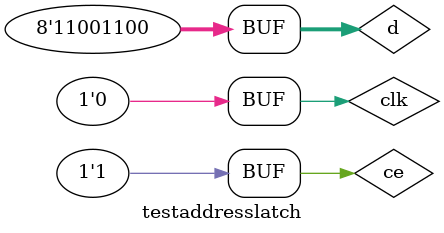
<source format=v>
`include "addresslatch.v"

module testaddresslatch();

	reg clk;
	reg [7:0] d;
	reg ce;
	wire [7:0] q;

	addresslatch dut(clk, d, ce, q);

	initial begin
		clk = 0; 
		d = 8'b11001100;
		ce = 0;
		clk = 1; #10; clk = 0; 
		if (q != 0) $display("ce doesn't work");
		ce = 1;
		clk = 1; #10; clk = 0; 
		if (q != 8'b11001100) $display("changing value doesn't work");
	end
endmodule

</source>
